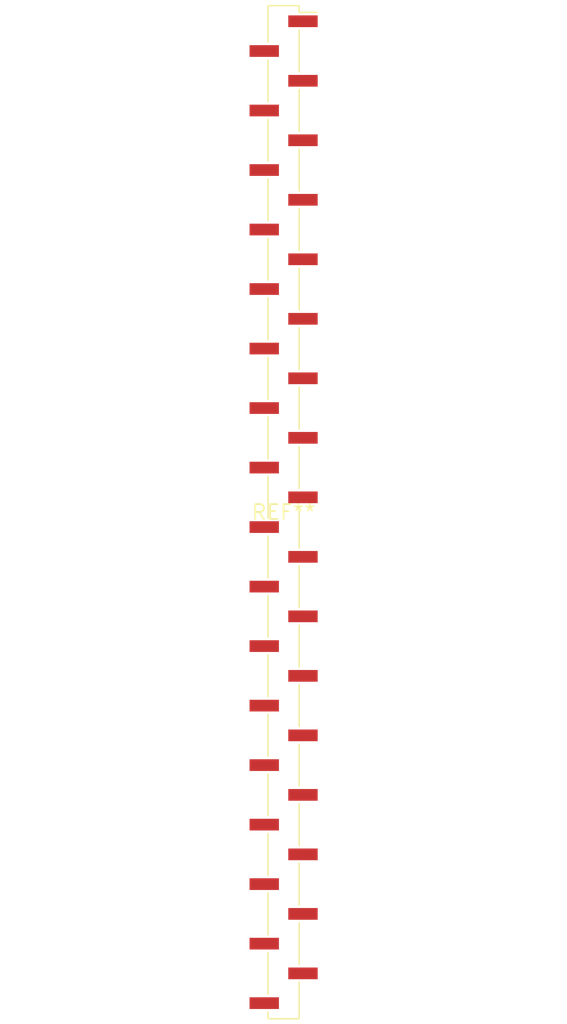
<source format=kicad_pcb>
(kicad_pcb (version 20240108) (generator pcbnew)
  (layers (0 "F.Cu" signal) (31 "B.Cu" signal) (34 "B.Paste" user) (35 "F.Paste" user) (36 "B.SilkS" user "B.Silkscreen") (37 "F.SilkS" user "F.Silkscreen") (38 "B.Mask" user) (39 "F.Mask" user) (44 "Edge.Cuts" user))
  (net 0 "")
  (footprint "PinHeader_1x34_P2.54mm_Vertical_SMD_Pin1Right" (layer "F.Cu") (at 0 0)
    (property "Reference" "REF**")
    (property "Value" "PinHeader_1x34_P2.54mm_Vertical_SMD_Pin1Right")
    (fp_line (start -1.33 -43.24) (end -1.33 -40.13) (layer "F.SilkS") (stroke (width 0.12)))
    (fp_line (start -1.33 -43.24) (end 1.33 -43.24) (layer "F.SilkS") (stroke (width 0.12)))
    (fp_line (start -1.33 -38.61) (end -1.33 -35.05) (layer "F.SilkS") (stroke (width 0.12)))
    (fp_line (start -1.33 -33.53) (end -1.33 -29.97) (layer "F.SilkS") (stroke (width 0.12)))
    (fp_line (start -1.33 -28.45) (end -1.33 -24.89) (layer "F.SilkS") (stroke (width 0.12)))
    (fp_line (start -1.33 -23.37) (end -1.33 -19.81) (layer "F.SilkS") (stroke (width 0.12)))
    (fp_line (start -1.33 -18.29) (end -1.33 -14.73) (layer "F.SilkS") (stroke (width 0.12)))
    (fp_line (start -1.33 -13.21) (end -1.33 -9.65) (layer "F.SilkS") (stroke (width 0.12)))
    (fp_line (start -1.33 -8.13) (end -1.33 -4.57) (layer "F.SilkS") (stroke (width 0.12)))
    (fp_line (start -1.33 -3.05) (end -1.33 0.51) (layer "F.SilkS") (stroke (width 0.12)))
    (fp_line (start -1.33 2.03) (end -1.33 5.59) (layer "F.SilkS") (stroke (width 0.12)))
    (fp_line (start -1.33 7.11) (end -1.33 10.67) (layer "F.SilkS") (stroke (width 0.12)))
    (fp_line (start -1.33 12.19) (end -1.33 15.75) (layer "F.SilkS") (stroke (width 0.12)))
    (fp_line (start -1.33 17.27) (end -1.33 20.83) (layer "F.SilkS") (stroke (width 0.12)))
    (fp_line (start -1.33 22.35) (end -1.33 25.91) (layer "F.SilkS") (stroke (width 0.12)))
    (fp_line (start -1.33 27.43) (end -1.33 30.99) (layer "F.SilkS") (stroke (width 0.12)))
    (fp_line (start -1.33 32.51) (end -1.33 36.07) (layer "F.SilkS") (stroke (width 0.12)))
    (fp_line (start -1.33 37.59) (end -1.33 41.15) (layer "F.SilkS") (stroke (width 0.12)))
    (fp_line (start -1.33 42.67) (end -1.33 43.24) (layer "F.SilkS") (stroke (width 0.12)))
    (fp_line (start -1.33 43.24) (end 1.33 43.24) (layer "F.SilkS") (stroke (width 0.12)))
    (fp_line (start 1.33 -43.24) (end 1.33 -42.67) (layer "F.SilkS") (stroke (width 0.12)))
    (fp_line (start 1.33 -42.67) (end 2.85 -42.67) (layer "F.SilkS") (stroke (width 0.12)))
    (fp_line (start 1.33 -41.15) (end 1.33 -37.59) (layer "F.SilkS") (stroke (width 0.12)))
    (fp_line (start 1.33 -36.07) (end 1.33 -32.51) (layer "F.SilkS") (stroke (width 0.12)))
    (fp_line (start 1.33 -30.99) (end 1.33 -27.43) (layer "F.SilkS") (stroke (width 0.12)))
    (fp_line (start 1.33 -25.91) (end 1.33 -22.35) (layer "F.SilkS") (stroke (width 0.12)))
    (fp_line (start 1.33 -20.83) (end 1.33 -17.27) (layer "F.SilkS") (stroke (width 0.12)))
    (fp_line (start 1.33 -15.75) (end 1.33 -12.19) (layer "F.SilkS") (stroke (width 0.12)))
    (fp_line (start 1.33 -10.67) (end 1.33 -7.11) (layer "F.SilkS") (stroke (width 0.12)))
    (fp_line (start 1.33 -5.59) (end 1.33 -2.03) (layer "F.SilkS") (stroke (width 0.12)))
    (fp_line (start 1.33 -0.51) (end 1.33 3.05) (layer "F.SilkS") (stroke (width 0.12)))
    (fp_line (start 1.33 4.57) (end 1.33 8.13) (layer "F.SilkS") (stroke (width 0.12)))
    (fp_line (start 1.33 9.65) (end 1.33 13.21) (layer "F.SilkS") (stroke (width 0.12)))
    (fp_line (start 1.33 14.73) (end 1.33 18.29) (layer "F.SilkS") (stroke (width 0.12)))
    (fp_line (start 1.33 19.81) (end 1.33 23.37) (layer "F.SilkS") (stroke (width 0.12)))
    (fp_line (start 1.33 24.89) (end 1.33 28.45) (layer "F.SilkS") (stroke (width 0.12)))
    (fp_line (start 1.33 29.97) (end 1.33 33.53) (layer "F.SilkS") (stroke (width 0.12)))
    (fp_line (start 1.33 35.05) (end 1.33 38.61) (layer "F.SilkS") (stroke (width 0.12)))
    (fp_line (start 1.33 40.13) (end 1.33 43.24) (layer "F.SilkS") (stroke (width 0.12)))
    (pad "1" smd rect (at 1.655 -41.91) (size 2.51 1) (layers "F.Cu" "F.Paste" "F.Mask"))
    (pad "2" smd rect (at -1.655 -39.37) (size 2.51 1) (layers "F.Cu" "F.Paste" "F.Mask"))
    (pad "3" smd rect (at 1.655 -36.83) (size 2.51 1) (layers "F.Cu" "F.Paste" "F.Mask"))
    (pad "4" smd rect (at -1.655 -34.29) (size 2.51 1) (layers "F.Cu" "F.Paste" "F.Mask"))
    (pad "5" smd rect (at 1.655 -31.75) (size 2.51 1) (layers "F.Cu" "F.Paste" "F.Mask"))
    (pad "6" smd rect (at -1.655 -29.21) (size 2.51 1) (layers "F.Cu" "F.Paste" "F.Mask"))
    (pad "7" smd rect (at 1.655 -26.67) (size 2.51 1) (layers "F.Cu" "F.Paste" "F.Mask"))
    (pad "8" smd rect (at -1.655 -24.13) (size 2.51 1) (layers "F.Cu" "F.Paste" "F.Mask"))
    (pad "9" smd rect (at 1.655 -21.59) (size 2.51 1) (layers "F.Cu" "F.Paste" "F.Mask"))
    (pad "10" smd rect (at -1.655 -19.05) (size 2.51 1) (layers "F.Cu" "F.Paste" "F.Mask"))
    (pad "11" smd rect (at 1.655 -16.51) (size 2.51 1) (layers "F.Cu" "F.Paste" "F.Mask"))
    (pad "12" smd rect (at -1.655 -13.97) (size 2.51 1) (layers "F.Cu" "F.Paste" "F.Mask"))
    (pad "13" smd rect (at 1.655 -11.43) (size 2.51 1) (layers "F.Cu" "F.Paste" "F.Mask"))
    (pad "14" smd rect (at -1.655 -8.89) (size 2.51 1) (layers "F.Cu" "F.Paste" "F.Mask"))
    (pad "15" smd rect (at 1.655 -6.35) (size 2.51 1) (layers "F.Cu" "F.Paste" "F.Mask"))
    (pad "16" smd rect (at -1.655 -3.81) (size 2.51 1) (layers "F.Cu" "F.Paste" "F.Mask"))
    (pad "17" smd rect (at 1.655 -1.27) (size 2.51 1) (layers "F.Cu" "F.Paste" "F.Mask"))
    (pad "18" smd rect (at -1.655 1.27) (size 2.51 1) (layers "F.Cu" "F.Paste" "F.Mask"))
    (pad "19" smd rect (at 1.655 3.81) (size 2.51 1) (layers "F.Cu" "F.Paste" "F.Mask"))
    (pad "20" smd rect (at -1.655 6.35) (size 2.51 1) (layers "F.Cu" "F.Paste" "F.Mask"))
    (pad "21" smd rect (at 1.655 8.89) (size 2.51 1) (layers "F.Cu" "F.Paste" "F.Mask"))
    (pad "22" smd rect (at -1.655 11.43) (size 2.51 1) (layers "F.Cu" "F.Paste" "F.Mask"))
    (pad "23" smd rect (at 1.655 13.97) (size 2.51 1) (layers "F.Cu" "F.Paste" "F.Mask"))
    (pad "24" smd rect (at -1.655 16.51) (size 2.51 1) (layers "F.Cu" "F.Paste" "F.Mask"))
    (pad "25" smd rect (at 1.655 19.05) (size 2.51 1) (layers "F.Cu" "F.Paste" "F.Mask"))
    (pad "26" smd rect (at -1.655 21.59) (size 2.51 1) (layers "F.Cu" "F.Paste" "F.Mask"))
    (pad "27" smd rect (at 1.655 24.13) (size 2.51 1) (layers "F.Cu" "F.Paste" "F.Mask"))
    (pad "28" smd rect (at -1.655 26.67) (size 2.51 1) (layers "F.Cu" "F.Paste" "F.Mask"))
    (pad "29" smd rect (at 1.655 29.21) (size 2.51 1) (layers "F.Cu" "F.Paste" "F.Mask"))
    (pad "30" smd rect (at -1.655 31.75) (size 2.51 1) (layers "F.Cu" "F.Paste" "F.Mask"))
    (pad "31" smd rect (at 1.655 34.29) (size 2.51 1) (layers "F.Cu" "F.Paste" "F.Mask"))
    (pad "32" smd rect (at -1.655 36.83) (size 2.51 1) (layers "F.Cu" "F.Paste" "F.Mask"))
    (pad "33" smd rect (at 1.655 39.37) (size 2.51 1) (layers "F.Cu" "F.Paste" "F.Mask"))
    (pad "34" smd rect (at -1.655 41.91) (size 2.51 1) (layers "F.Cu" "F.Paste" "F.Mask"))
  )
)
</source>
